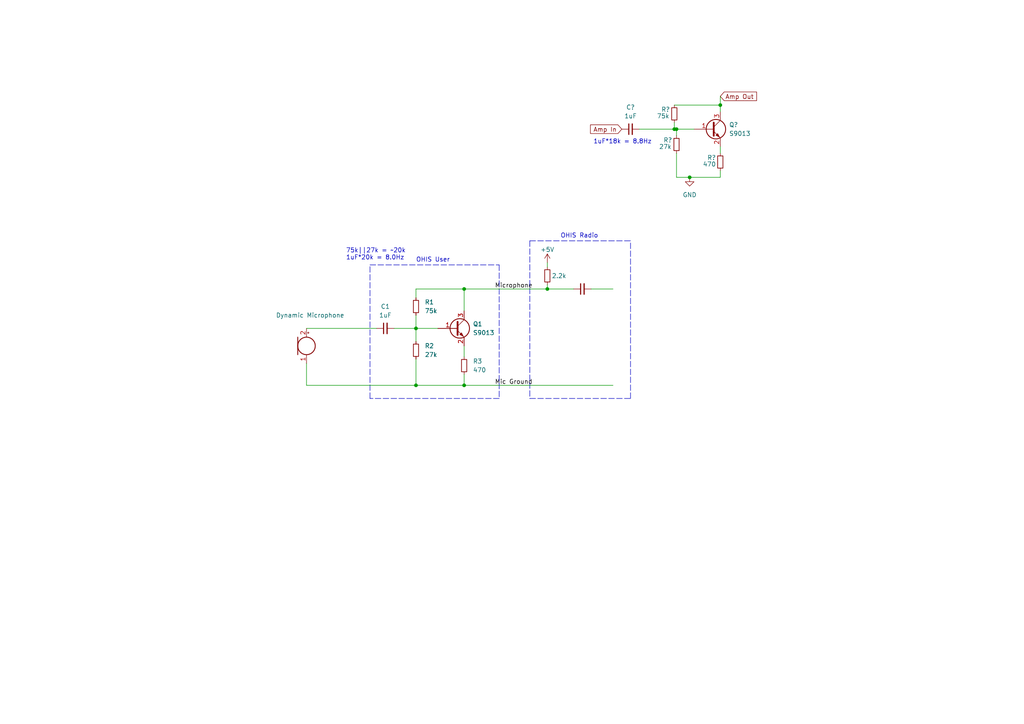
<source format=kicad_sch>
(kicad_sch (version 20211123) (generator eeschema)
  (paper "A4")
  (lib_symbols
    (symbol "Device:C_Small" (pin_numbers hide) (pin_names (offset 0.254) hide)
      (property "Reference" "C" (at 0.254 1.778 0))
      (property "Value" "C_Small" (at 0.254 -2.032 0))
      (symbol "C_Small_0_1"
        (polyline (pts (xy -1.524 -0.508) (xy 1.524 -0.508)) (stroke (width 0.3302)))
        (polyline (pts (xy -1.524 0.508) (xy 1.524 0.508)) (stroke (width 0.3048)))
      )
      (symbol "C_Small_1_1"
        (pin passive line (at 0 2.54 270) (length 2.032) (name "~") (number "1"))
        (pin passive line (at 0 -2.54 90) (length 2.032) (name "~") (number "2"))
      )
    )
    (symbol "Device:Microphone" (pin_names (offset 0.0254) hide)
      (property "Reference" "MK" (at -3.81 1.27 0))
      (property "Value" "Microphone" (at -3.81 -0.635 0))
      (symbol "Microphone_0_1"
        (polyline (pts (xy -2.54 2.54) (xy -2.54 -2.54)) (stroke (width 0.254)))
        (polyline (pts (xy 0.254 3.81) (xy 0.762 3.81)))
        (polyline (pts (xy 0.508 4.064) (xy 0.508 3.556)))
        (circle (center 0 0) (radius 2.54) (stroke (width 0.254)))
      )
      (symbol "Microphone_1_1"
        (pin passive line (at 0 -5.08 90) (length 2.54) (name "-") (number "1"))
        (pin passive line (at 0 5.08 270) (length 2.54) (name "+") (number "2"))
      )
    )
    (symbol "Device:R_Small" (pin_numbers hide) (pin_names (offset 0.254) hide)
      (property "Reference" "R" (at 0.762 0.508 0))
      (property "Value" "R_Small" (at 0.762 -1.016 0))
      (symbol "R_Small_0_1"
        (rectangle (start -0.762 1.778) (end 0.762 -1.778) (stroke (width 0.2032)))
      )
      (symbol "R_Small_1_1"
        (pin passive line (at 0 2.54 270) (length 0.762) (name "~") (number "1"))
        (pin passive line (at 0 -2.54 90) (length 0.762) (name "~") (number "2"))
      )
    )
    (symbol "Transistor_BJT:MMBT3904" (pin_names (offset 0) hide)
      (property "Reference" "Q" (at 5.08 1.905 0))
      (property "Value" "MMBT3904" (at 5.08 0 0))
      (symbol "MMBT3904_0_1"
        (polyline (pts (xy 0.635 0.635) (xy 2.54 2.54)))
        (polyline (pts (xy 0.635 -0.635) (xy 2.54 -2.54) (xy 2.54 -2.54)))
        (polyline (pts (xy 0.635 1.905) (xy 0.635 -1.905) (xy 0.635 -1.905)) (stroke (width 0.508)))
        (polyline (pts (xy 1.27 -1.778) (xy 1.778 -1.27) (xy 2.286 -2.286) (xy 1.27 -1.778) (xy 1.27 -1.778)) (fill (type outline)))
        (circle (center 1.27 0) (radius 2.8194) (stroke (width 0.254)))
      )
      (symbol "MMBT3904_1_1"
        (pin input line (at -5.08 0 0) (length 5.715) (name "B") (number "1"))
        (pin passive line (at 2.54 -5.08 90) (length 2.54) (name "E") (number "2"))
        (pin passive line (at 2.54 5.08 270) (length 2.54) (name "C") (number "3"))
      )
    )
    (symbol "power:+5V" (power) (pin_names (offset 0))
      (property "Value" "+5V" (at 0 3.556 0))
      (symbol "+5V_0_1"
        (polyline (pts (xy -0.762 1.27) (xy 0 2.54)))
        (polyline (pts (xy 0 0) (xy 0 2.54)))
        (polyline (pts (xy 0 2.54) (xy 0.762 1.27)))
      )
      (symbol "+5V_1_1"
        (pin power_in line (at 0 0 90) (length 0) hide (name "+5V") (number "1"))
      )
    )
    (symbol "power:GND" (power) (pin_names (offset 0))
      (property "Value" "GND" (at 0 -3.81 0))
      (symbol "GND_0_1"
        (polyline (pts (xy 0 0) (xy 0 -1.27) (xy 1.27 -1.27) (xy 0 -2.54) (xy -1.27 -1.27) (xy 0 -1.27)))
      )
      (symbol "GND_1_1"
        (pin power_in line (at 0 0 270) (length 0) hide (name "GND") (number "1"))
      )
    )
  )
  (junction (at 134.62 83.82))
  (junction (at 120.65 95.25))
  (junction (at 195.58 37.465))
  (junction (at 208.915 30.48))
  (junction (at 200.025 51.435))
  (junction (at 120.65 111.76))
  (junction (at 158.75 83.82))
  (junction (at 134.62 111.76))
  (junction (at 196.215 37.465))
  (wire (pts (xy 120.65 86.36) (xy 120.65 83.82)))
  (wire (pts (xy 196.215 44.45) (xy 196.215 51.435)))
  (polyline (pts (xy 153.67 69.85) (xy 153.67 115.57)))
  (wire (pts (xy 195.58 35.56) (xy 195.58 37.465)))
  (wire (pts (xy 120.65 83.82) (xy 134.62 83.82)))
  (wire (pts (xy 208.915 27.94) (xy 208.915 30.48)))
  (wire (pts (xy 196.215 51.435) (xy 200.025 51.435)))
  (wire (pts (xy 195.58 30.48) (xy 208.915 30.48)))
  (wire (pts (xy 134.62 108.585) (xy 134.62 111.76)))
  (polyline (pts (xy 182.88 115.57) (xy 182.88 69.85)))
  (wire (pts (xy 134.62 111.76) (xy 120.65 111.76)))
  (wire (pts (xy 120.65 104.14) (xy 120.65 111.76)))
  (polyline (pts (xy 144.78 76.835) (xy 144.78 115.57)))
  (wire (pts (xy 195.58 37.465) (xy 196.215 37.465)))
  (wire (pts (xy 158.75 76.2) (xy 158.75 77.47)))
  (polyline (pts (xy 144.78 115.57) (xy 107.315 115.57)))
  (wire (pts (xy 88.9 111.76) (xy 88.9 105.41)))
  (wire (pts (xy 200.025 51.435) (xy 208.915 51.435)))
  (wire (pts (xy 185.42 37.465) (xy 195.58 37.465)))
  (wire (pts (xy 114.3 95.25) (xy 120.65 95.25)))
  (wire (pts (xy 134.62 83.82) (xy 158.75 83.82)))
  (wire (pts (xy 196.215 37.465) (xy 201.295 37.465)))
  (wire (pts (xy 134.62 83.82) (xy 134.62 90.17)))
  (wire (pts (xy 208.915 51.435) (xy 208.915 49.53)))
  (wire (pts (xy 120.65 95.25) (xy 120.65 99.06)))
  (wire (pts (xy 171.45 83.82) (xy 177.8 83.82)))
  (wire (pts (xy 120.65 91.44) (xy 120.65 95.25)))
  (wire (pts (xy 134.62 111.76) (xy 177.8 111.76)))
  (wire (pts (xy 88.9 95.25) (xy 109.22 95.25)))
  (wire (pts (xy 196.215 37.465) (xy 196.215 39.37)))
  (wire (pts (xy 134.62 100.33) (xy 134.62 103.505)))
  (wire (pts (xy 208.915 42.545) (xy 208.915 44.45)))
  (wire (pts (xy 120.65 111.76) (xy 88.9 111.76)))
  (polyline (pts (xy 153.67 69.85) (xy 182.88 69.85)))
  (polyline (pts (xy 107.315 76.835) (xy 144.78 76.835)))
  (wire (pts (xy 158.75 82.55) (xy 158.75 83.82)))
  (wire (pts (xy 158.75 83.82) (xy 166.37 83.82)))
  (wire (pts (xy 208.915 30.48) (xy 208.915 32.385)))
  (polyline (pts (xy 153.67 115.57) (xy 182.88 115.57)))
  (polyline (pts (xy 107.315 115.57) (xy 107.315 76.835)))
  (wire (pts (xy 120.65 95.25) (xy 127 95.25)))
  (text "1uF*18k = 8.8Hz" (at 172.085 41.91 0) (effects (font (size 1.27 1.27)) (justify left bottom)))
  (text "75k||27k = ~20k\n1uF*20k = 8.0Hz" (at 100.33 75.565 0) (effects (font (size 1.27 1.27)) (justify left bottom)))
  (text "OHIS User" (at 120.65 76.2 0) (effects (font (size 1.27 1.27)) (justify left bottom)))
  (text "OHIS Radio" (at 162.56 69.215 0) (effects (font (size 1.27 1.27)) (justify left bottom)))
  (label "Mic Ground" (at 143.51 111.76 0))
  (label "Microphone" (at 143.51 83.82 0))
  (global_label "Amp In" (shape input) (at 180.34 37.465 180) (property "Intersheet References" "${INTERSHEET_REFS}" (effects hide)))
  (global_label "Amp Out" (shape input) (at 208.915 27.94 0) (property "Intersheet References" "${INTERSHEET_REFS}" (effects hide)))
  (symbol (lib_id "Device:R_Small") (at 134.62 106.045 0) (unit 1)
    (property "Reference" "R3" (at 137.16 104.7749 0) (effects (justify left)))
    (property "Value" "470" (at 137.16 107.3149 0) (effects (justify left)))
  )
  (symbol (lib_id "Device:R_Small") (at 195.58 33.02 0) (unit 1)
    (property "Reference" "R?" (at 191.77 31.75 0) (effects (justify left)))
    (property "Value" "75k" (at 190.5 33.655 0) (effects (justify left)))
    (property "Footprint" "Resistor_SMD:R_0603_1608Metric_Pad0.98x0.95mm_HandSolder" (effects hide))
    (property "LCSC" "C23242" (effects hide))
  )
  (symbol (lib_id "Device:C_Small") (at 168.91 83.82 90) (unit 1)
    (property "Reference" "C?" (effects hide))
    (property "Value" "1uF" (effects hide))
  )
  (symbol (lib_id "Device:C_Small") (at 182.88 37.465 90) (unit 1)
    (property "Reference" "C?" (at 182.8863 31.115 90))
    (property "Value" "1uF" (at 182.8863 33.655 90))
    (property "Footprint" "Capacitor_SMD:C_0603_1608Metric_Pad1.08x0.95mm_HandSolder" (effects hide))
    (property "LCSC" "C15849" (effects hide))
  )
  (symbol (lib_id "Device:C_Small") (at 111.76 95.25 90) (unit 1)
    (property "Reference" "C1" (at 111.7663 88.9 90))
    (property "Value" "1uF" (at 111.7663 91.44 90))
  )
  (symbol (lib_id "Device:R_Small") (at 158.75 80.01 0) (unit 1)
    (property "Reference" "R?" (effects hide))
    (property "Value" "2.2k" (at 160.02 80.01 0) (effects (justify left)))
  )
  (symbol (lib_id "Device:R_Small") (at 120.65 88.9 0) (unit 1)
    (property "Reference" "R1" (at 123.19 87.6299 0) (effects (justify left)))
    (property "Value" "75k" (at 123.19 90.1699 0) (effects (justify left)))
  )
  (symbol (lib_id "Device:R_Small") (at 196.215 41.91 0) (unit 1)
    (property "Reference" "R?" (at 192.405 40.64 0) (effects (justify left)))
    (property "Value" "27k" (at 191.135 42.545 0) (effects (justify left)))
    (property "Footprint" "Resistor_SMD:R_0603_1608Metric_Pad0.98x0.95mm_HandSolder" (effects hide))
    (property "LCSC" "C22967" (effects hide))
  )
  (symbol (lib_id "Transistor_BJT:MMBT3904") (at 206.375 37.465 0) (unit 1)
    (property "Reference" "Q?" (at 211.455 36.1949 0) (effects (justify left)))
    (property "Value" "S9013" (at 211.455 38.7349 0) (effects (justify left)))
    (property "Footprint" "Package_TO_SOT_SMD:SOT-23" (effects hide))
    (property "Datasheet" "https://www.onsemi.com/pub/Collateral/2N3903-D.PDF" (effects hide))
    (property "LCSC" "C6749" (effects hide))
  )
  (symbol (lib_id "Device:Microphone") (at 88.9 100.33 0) (unit 1)
    (property "Reference" "MK?" (effects hide))
    (property "Value" "Dynamic Microphone" (at 80.01 91.44 0) (effects (justify left)))
  )
  (symbol (lib_id "power:+5V") (at 158.75 76.2 0) (unit 1)
    (property "Reference" "#PWR?" (effects hide))
    (property "Value" "+5V" (at 158.75 72.39 0))
  )
  (symbol (lib_id "Device:R_Small") (at 120.65 101.6 0) (unit 1)
    (property "Reference" "R2" (at 123.19 100.3299 0) (effects (justify left)))
    (property "Value" "27k" (at 123.19 102.8699 0) (effects (justify left)))
  )
  (symbol (lib_id "power:GND") (at 200.025 51.435 0) (unit 1)
    (property "Reference" "#PWR?" (effects hide))
    (property "Value" "GND" (at 200.025 56.515 0))
  )
  (symbol (lib_id "Device:R_Small") (at 208.915 46.99 0) (unit 1)
    (property "Reference" "R?" (at 205.105 45.72 0) (effects (justify left)))
    (property "Value" "470" (at 203.835 47.625 0) (effects (justify left)))
    (property "Footprint" "Resistor_SMD:R_0603_1608Metric_Pad0.98x0.95mm_HandSolder" (effects hide))
    (property "LCSC" "C23179" (effects hide))
  )
  (symbol (lib_id "Transistor_BJT:MMBT3904") (at 132.08 95.25 0) (unit 1)
    (property "Reference" "Q1" (at 137.16 93.9799 0) (effects (justify left)))
    (property "Value" "S9013" (at 137.16 96.5199 0) (effects (justify left)))
    (property "Footprint" "Package_TO_SOT_SMD:SOT-23" (effects hide))
    (property "Datasheet" "https://www.onsemi.com/pub/Collateral/2N3903-D.PDF" (effects hide))
  )
)
</source>
